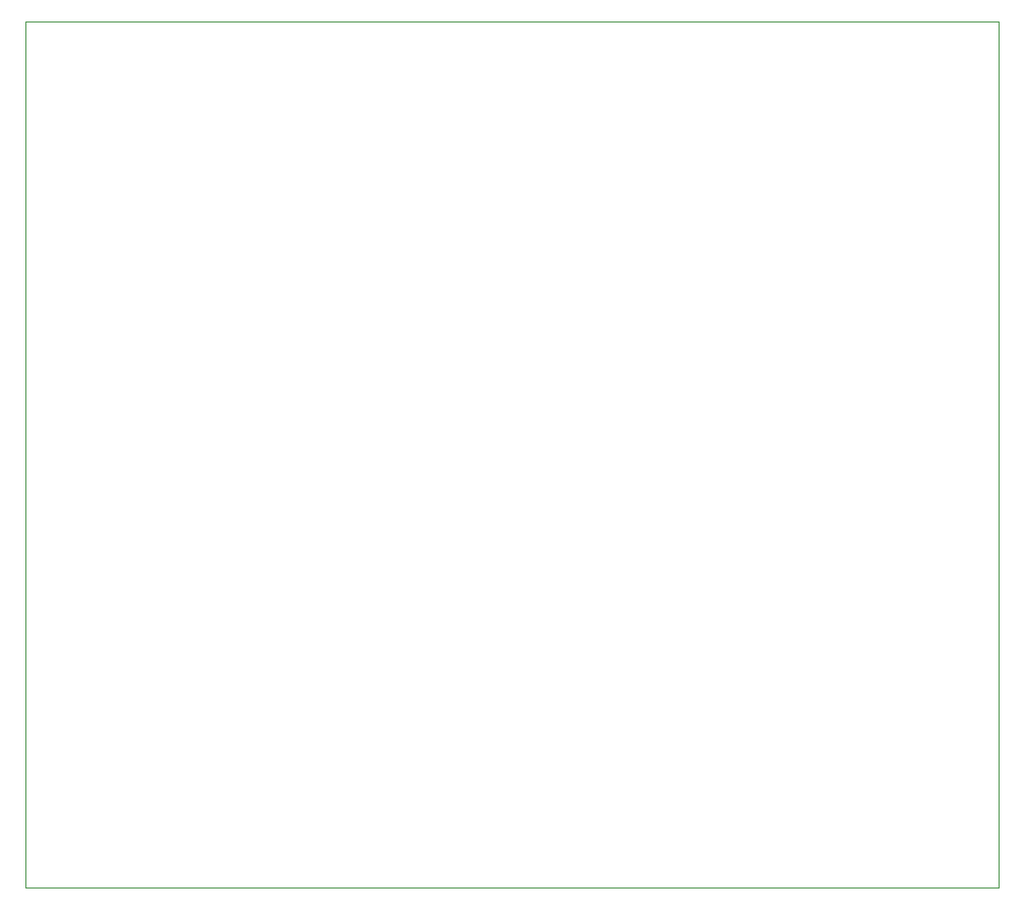
<source format=gbr>
%TF.GenerationSoftware,KiCad,Pcbnew,7.0.1-0*%
%TF.CreationDate,2023-12-26T23:08:58-03:00*%
%TF.ProjectId,rpizerow_kit_desarrollo,7270697a-6572-46f7-975f-6b69745f6465,2*%
%TF.SameCoordinates,Original*%
%TF.FileFunction,Profile,NP*%
%FSLAX46Y46*%
G04 Gerber Fmt 4.6, Leading zero omitted, Abs format (unit mm)*
G04 Created by KiCad (PCBNEW 7.0.1-0) date 2023-12-26 23:08:58*
%MOMM*%
%LPD*%
G01*
G04 APERTURE LIST*
%TA.AperFunction,Profile*%
%ADD10C,0.100000*%
%TD*%
G04 APERTURE END LIST*
D10*
X35500000Y-23200000D02*
X119800000Y-23200000D01*
X119800000Y-98200000D01*
X35500000Y-98200000D01*
X35500000Y-23200000D01*
M02*

</source>
